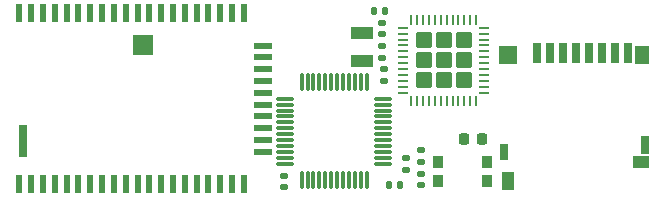
<source format=gbr>
%TF.GenerationSoftware,KiCad,Pcbnew,(6.0.0)*%
%TF.CreationDate,2022-04-23T18:16:10+01:00*%
%TF.ProjectId,pcb I,70636220-492e-46b6-9963-61645f706362,rev?*%
%TF.SameCoordinates,Original*%
%TF.FileFunction,Paste,Top*%
%TF.FilePolarity,Positive*%
%FSLAX46Y46*%
G04 Gerber Fmt 4.6, Leading zero omitted, Abs format (unit mm)*
G04 Created by KiCad (PCBNEW (6.0.0)) date 2022-04-23 18:16:10*
%MOMM*%
%LPD*%
G01*
G04 APERTURE LIST*
G04 Aperture macros list*
%AMRoundRect*
0 Rectangle with rounded corners*
0 $1 Rounding radius*
0 $2 $3 $4 $5 $6 $7 $8 $9 X,Y pos of 4 corners*
0 Add a 4 corners polygon primitive as box body*
4,1,4,$2,$3,$4,$5,$6,$7,$8,$9,$2,$3,0*
0 Add four circle primitives for the rounded corners*
1,1,$1+$1,$2,$3*
1,1,$1+$1,$4,$5*
1,1,$1+$1,$6,$7*
1,1,$1+$1,$8,$9*
0 Add four rect primitives between the rounded corners*
20,1,$1+$1,$2,$3,$4,$5,0*
20,1,$1+$1,$4,$5,$6,$7,0*
20,1,$1+$1,$6,$7,$8,$9,0*
20,1,$1+$1,$8,$9,$2,$3,0*%
G04 Aperture macros list end*
%ADD10RoundRect,0.135000X-0.185000X0.135000X-0.185000X-0.135000X0.185000X-0.135000X0.185000X0.135000X0*%
%ADD11RoundRect,0.140000X-0.170000X0.140000X-0.170000X-0.140000X0.170000X-0.140000X0.170000X0.140000X0*%
%ADD12RoundRect,0.140000X-0.140000X-0.170000X0.140000X-0.170000X0.140000X0.170000X-0.140000X0.170000X0*%
%ADD13R,0.600000X1.500000*%
%ADD14R,1.500000X0.600000*%
%ADD15R,0.760000X2.790000*%
%ADD16R,1.780000X1.780000*%
%ADD17R,0.700000X1.750000*%
%ADD18R,1.450000X1.000000*%
%ADD19R,1.000000X1.550000*%
%ADD20R,0.800000X1.400000*%
%ADD21R,1.500000X1.500000*%
%ADD22R,1.300000X1.500000*%
%ADD23R,0.800000X1.500000*%
%ADD24R,0.900000X1.000000*%
%ADD25RoundRect,0.140000X0.140000X0.170000X-0.140000X0.170000X-0.140000X-0.170000X0.140000X-0.170000X0*%
%ADD26RoundRect,0.075000X-0.662500X-0.075000X0.662500X-0.075000X0.662500X0.075000X-0.662500X0.075000X0*%
%ADD27RoundRect,0.075000X-0.075000X-0.662500X0.075000X-0.662500X0.075000X0.662500X-0.075000X0.662500X0*%
%ADD28R,1.900000X1.100000*%
%ADD29RoundRect,0.140000X0.170000X-0.140000X0.170000X0.140000X-0.170000X0.140000X-0.170000X-0.140000X0*%
%ADD30RoundRect,0.218750X-0.218750X-0.256250X0.218750X-0.256250X0.218750X0.256250X-0.218750X0.256250X0*%
%ADD31RoundRect,0.250000X-0.435000X-0.435000X0.435000X-0.435000X0.435000X0.435000X-0.435000X0.435000X0*%
%ADD32RoundRect,0.062500X-0.375000X-0.062500X0.375000X-0.062500X0.375000X0.062500X-0.375000X0.062500X0*%
%ADD33RoundRect,0.062500X-0.062500X-0.375000X0.062500X-0.375000X0.062500X0.375000X-0.062500X0.375000X0*%
G04 APERTURE END LIST*
D10*
%TO.C,R20*%
X110075000Y-92315000D03*
X110075000Y-93335000D03*
%TD*%
D11*
%TO.C,C76*%
X107000000Y-85520000D03*
X107000000Y-86480000D03*
%TD*%
%TO.C,C13*%
X106825000Y-83545000D03*
X106825000Y-84505000D03*
%TD*%
D12*
%TO.C,C75*%
X107370000Y-95275000D03*
X108330000Y-95275000D03*
%TD*%
D13*
%TO.C,U3*%
X76100000Y-95250000D03*
X77100000Y-95250000D03*
X78100000Y-95250000D03*
X79100000Y-95250000D03*
X80100000Y-95250000D03*
X81100000Y-95250000D03*
X82100000Y-95250000D03*
X83100000Y-95250000D03*
X84100000Y-95250000D03*
X85100000Y-95250000D03*
X86100000Y-95250000D03*
X87100000Y-95250000D03*
X88100000Y-95250000D03*
X89100000Y-95250000D03*
X90100000Y-95250000D03*
X91100000Y-95250000D03*
X92100000Y-95250000D03*
X93100000Y-95250000D03*
X94100000Y-95250000D03*
X95100000Y-95250000D03*
D14*
X96750000Y-92500000D03*
X96750000Y-91500000D03*
X96750000Y-90500000D03*
X96750000Y-89500000D03*
X96750000Y-88500000D03*
X96750000Y-87500000D03*
X96750000Y-86500000D03*
X96750000Y-85500000D03*
X96750000Y-84500000D03*
X96750000Y-83500000D03*
D13*
X95100000Y-80750000D03*
X94100000Y-80750000D03*
X93100000Y-80750000D03*
X92100000Y-80750000D03*
X91100000Y-80750000D03*
X90100000Y-80750000D03*
X89100000Y-80750000D03*
X88100000Y-80750000D03*
X87100000Y-80750000D03*
X86100000Y-80750000D03*
X85100000Y-80750000D03*
X84100000Y-80750000D03*
X83100000Y-80750000D03*
X82100000Y-80750000D03*
X81100000Y-80750000D03*
X80100000Y-80750000D03*
X79100000Y-80750000D03*
X78100000Y-80750000D03*
X77100000Y-80750000D03*
D15*
X76420000Y-91540000D03*
D13*
X76100000Y-80750000D03*
D16*
X86530000Y-83480000D03*
%TD*%
D17*
%TO.C,CN20*%
X119905000Y-84150000D03*
X121005000Y-84150000D03*
X122105000Y-84150000D03*
X123205000Y-84150000D03*
X124305000Y-84150000D03*
X125405000Y-84150000D03*
X126505000Y-84150000D03*
X127605000Y-84150000D03*
D18*
X128730000Y-93375000D03*
D19*
X117505000Y-94950000D03*
D20*
X117105000Y-92525000D03*
D21*
X117455000Y-84275000D03*
D22*
X128805000Y-84275000D03*
D23*
X129055000Y-91875000D03*
%TD*%
D10*
%TO.C,R21*%
X108800000Y-92990000D03*
X108800000Y-94010000D03*
%TD*%
D24*
%TO.C,SW1*%
X111550000Y-93350000D03*
X115650000Y-93350000D03*
X115650000Y-94950000D03*
X111550000Y-94950000D03*
%TD*%
D25*
%TO.C,C10*%
X107080000Y-80575000D03*
X106120000Y-80575000D03*
%TD*%
D11*
%TO.C,C30*%
X98500000Y-94520000D03*
X98500000Y-95480000D03*
%TD*%
D26*
%TO.C,U2*%
X98587500Y-88000000D03*
X98587500Y-88500000D03*
X98587500Y-89000000D03*
X98587500Y-89500000D03*
X98587500Y-90000000D03*
X98587500Y-90500000D03*
X98587500Y-91000000D03*
X98587500Y-91500000D03*
X98587500Y-92000000D03*
X98587500Y-92500000D03*
X98587500Y-93000000D03*
X98587500Y-93500000D03*
D27*
X100000000Y-94912500D03*
X100500000Y-94912500D03*
X101000000Y-94912500D03*
X101500000Y-94912500D03*
X102000000Y-94912500D03*
X102500000Y-94912500D03*
X103000000Y-94912500D03*
X103500000Y-94912500D03*
X104000000Y-94912500D03*
X104500000Y-94912500D03*
X105000000Y-94912500D03*
X105500000Y-94912500D03*
D26*
X106912500Y-93500000D03*
X106912500Y-93000000D03*
X106912500Y-92500000D03*
X106912500Y-92000000D03*
X106912500Y-91500000D03*
X106912500Y-91000000D03*
X106912500Y-90500000D03*
X106912500Y-90000000D03*
X106912500Y-89500000D03*
X106912500Y-89000000D03*
X106912500Y-88500000D03*
X106912500Y-88000000D03*
D27*
X105500000Y-86587500D03*
X105000000Y-86587500D03*
X104500000Y-86587500D03*
X104000000Y-86587500D03*
X103500000Y-86587500D03*
X103000000Y-86587500D03*
X102500000Y-86587500D03*
X102000000Y-86587500D03*
X101500000Y-86587500D03*
X101000000Y-86587500D03*
X100500000Y-86587500D03*
X100000000Y-86587500D03*
%TD*%
D28*
%TO.C,X10*%
X105100000Y-82400000D03*
X105100000Y-84800000D03*
%TD*%
D29*
%TO.C,C12*%
X106825000Y-82530000D03*
X106825000Y-81570000D03*
%TD*%
D11*
%TO.C,C21*%
X110075000Y-94370000D03*
X110075000Y-95330000D03*
%TD*%
D30*
%TO.C,D10*%
X113712500Y-91425000D03*
X115287500Y-91425000D03*
%TD*%
D31*
%TO.C,U1*%
X112025000Y-86437500D03*
X110325000Y-84737500D03*
X112025000Y-84737500D03*
X113725000Y-86437500D03*
X112025000Y-83037500D03*
X110325000Y-86437500D03*
X110325000Y-83037500D03*
X113725000Y-84737500D03*
X113725000Y-83037500D03*
D32*
X108587500Y-81987500D03*
X108587500Y-82487500D03*
X108587500Y-82987500D03*
X108587500Y-83487500D03*
X108587500Y-83987500D03*
X108587500Y-84487500D03*
X108587500Y-84987500D03*
X108587500Y-85487500D03*
X108587500Y-85987500D03*
X108587500Y-86487500D03*
X108587500Y-86987500D03*
X108587500Y-87487500D03*
D33*
X109275000Y-88175000D03*
X109775000Y-88175000D03*
X110275000Y-88175000D03*
X110775000Y-88175000D03*
X111275000Y-88175000D03*
X111775000Y-88175000D03*
X112275000Y-88175000D03*
X112775000Y-88175000D03*
X113275000Y-88175000D03*
X113775000Y-88175000D03*
X114275000Y-88175000D03*
X114775000Y-88175000D03*
D32*
X115462500Y-87487500D03*
X115462500Y-86987500D03*
X115462500Y-86487500D03*
X115462500Y-85987500D03*
X115462500Y-85487500D03*
X115462500Y-84987500D03*
X115462500Y-84487500D03*
X115462500Y-83987500D03*
X115462500Y-83487500D03*
X115462500Y-82987500D03*
X115462500Y-82487500D03*
X115462500Y-81987500D03*
D33*
X114775000Y-81300000D03*
X114275000Y-81300000D03*
X113775000Y-81300000D03*
X113275000Y-81300000D03*
X112775000Y-81300000D03*
X112275000Y-81300000D03*
X111775000Y-81300000D03*
X111275000Y-81300000D03*
X110775000Y-81300000D03*
X110275000Y-81300000D03*
X109775000Y-81300000D03*
X109275000Y-81300000D03*
%TD*%
M02*

</source>
